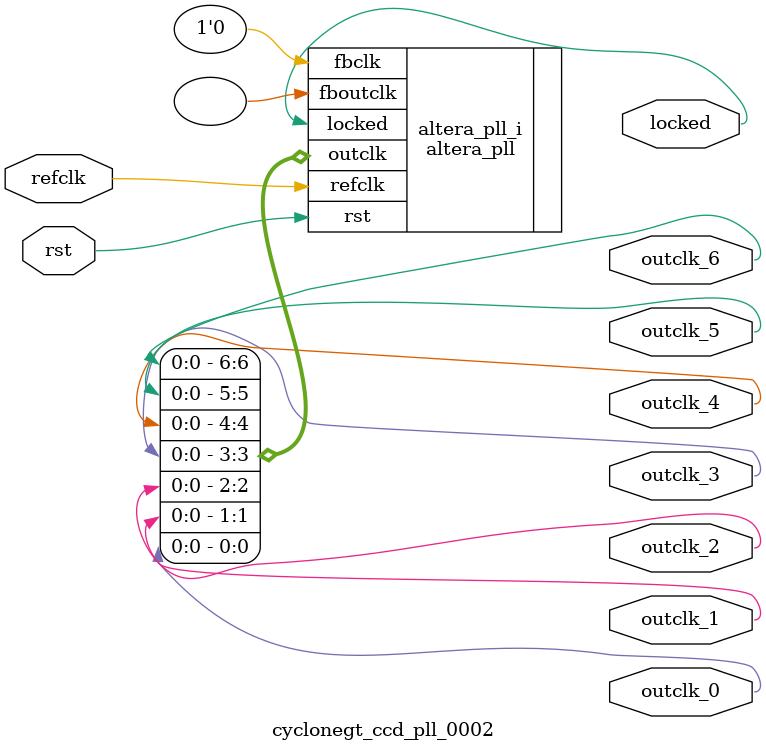
<source format=v>
`timescale 1ns/10ps
module  cyclonegt_ccd_pll_0002(

	// interface 'refclk'
	input wire refclk,

	// interface 'reset'
	input wire rst,

	// interface 'outclk0'
	output wire outclk_0,

	// interface 'outclk1'
	output wire outclk_1,

	// interface 'outclk2'
	output wire outclk_2,

	// interface 'outclk3'
	output wire outclk_3,

	// interface 'outclk4'
	output wire outclk_4,

	// interface 'outclk5'
	output wire outclk_5,

	// interface 'outclk6'
	output wire outclk_6,

	// interface 'locked'
	output wire locked
);

	altera_pll #(
		.fractional_vco_multiplier("false"),
		.reference_clock_frequency("100.0 MHz"),
		.operation_mode("direct"),
		.number_of_clocks(7),
		.output_clock_frequency0("20.000000 MHz"),
		.phase_shift0("0 ps"),
		.duty_cycle0(50),
		.output_clock_frequency1("40.000000 MHz"),
		.phase_shift1("0 ps"),
		.duty_cycle1(50),
		.output_clock_frequency2("40.000000 MHz"),
		.phase_shift2("12500 ps"),
		.duty_cycle2(50),
		.output_clock_frequency3("20.000000 MHz"),
		.phase_shift3("12500 ps"),
		.duty_cycle3(50),
		.output_clock_frequency4("20.000000 MHz"),
		.phase_shift4("25000 ps"),
		.duty_cycle4(50),
		.output_clock_frequency5("20.000000 MHz"),
		.phase_shift5("37500 ps"),
		.duty_cycle5(50),
		.output_clock_frequency6("80.000000 MHz"),
		.phase_shift6("0 ps"),
		.duty_cycle6(50),
		.output_clock_frequency7("0 MHz"),
		.phase_shift7("0 ps"),
		.duty_cycle7(50),
		.output_clock_frequency8("0 MHz"),
		.phase_shift8("0 ps"),
		.duty_cycle8(50),
		.output_clock_frequency9("0 MHz"),
		.phase_shift9("0 ps"),
		.duty_cycle9(50),
		.output_clock_frequency10("0 MHz"),
		.phase_shift10("0 ps"),
		.duty_cycle10(50),
		.output_clock_frequency11("0 MHz"),
		.phase_shift11("0 ps"),
		.duty_cycle11(50),
		.output_clock_frequency12("0 MHz"),
		.phase_shift12("0 ps"),
		.duty_cycle12(50),
		.output_clock_frequency13("0 MHz"),
		.phase_shift13("0 ps"),
		.duty_cycle13(50),
		.output_clock_frequency14("0 MHz"),
		.phase_shift14("0 ps"),
		.duty_cycle14(50),
		.output_clock_frequency15("0 MHz"),
		.phase_shift15("0 ps"),
		.duty_cycle15(50),
		.output_clock_frequency16("0 MHz"),
		.phase_shift16("0 ps"),
		.duty_cycle16(50),
		.output_clock_frequency17("0 MHz"),
		.phase_shift17("0 ps"),
		.duty_cycle17(50),
		.pll_type("General"),
		.pll_subtype("General")
	) altera_pll_i (
		.rst	(rst),
		.outclk	({outclk_6, outclk_5, outclk_4, outclk_3, outclk_2, outclk_1, outclk_0}),
		.locked	(locked),
		.fboutclk	( ),
		.fbclk	(1'b0),
		.refclk	(refclk)
	);
endmodule


</source>
